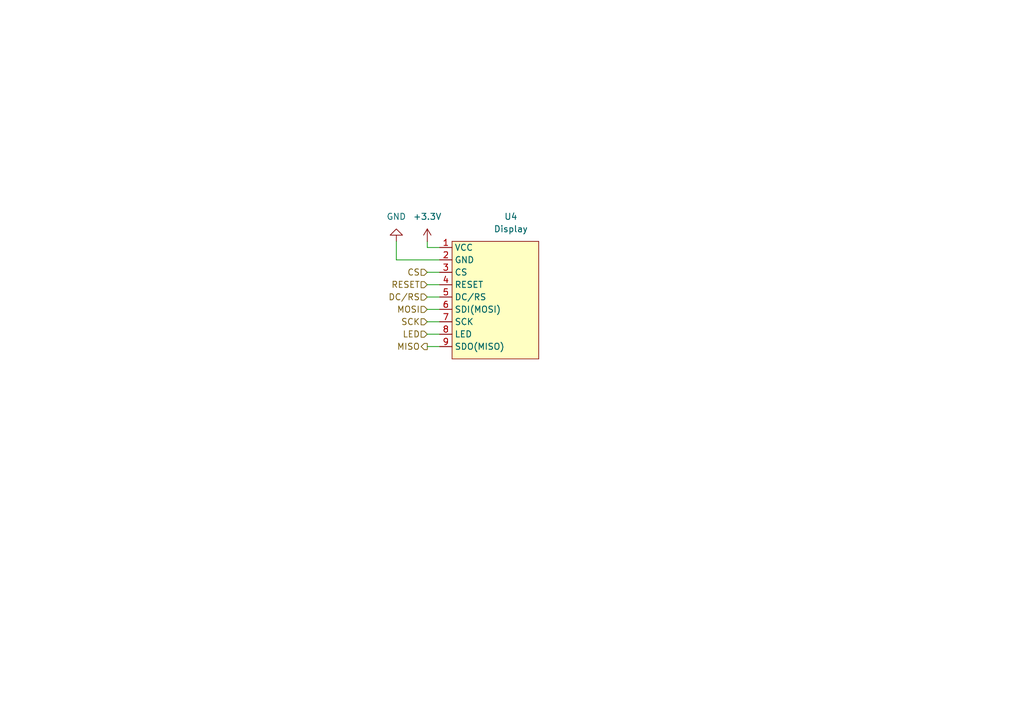
<source format=kicad_sch>
(kicad_sch (version 20250114) (generator "eeschema") (generator_version "9.0")
  (paper "A5")
  (lib_symbols
    (symbol "display_sym:display"
      (property "Reference" "U" (at 0 1.27 0))
      (symbol "display_1_1"
        (rectangle (start -12.7 16.51) (end 5.08 -7.62) (fill (type background)))
        (pin power_in line (at -15.24 15.24 0) (length 2.54) (name "VCC") (number "1"))
        (pin power_in line (at -15.24 12.7 0) (length 2.54) (name "GND") (number "2"))
        (pin passive line (at -15.24 10.16 0) (length 2.54) (name "CS") (number "3"))
        (pin passive line (at -15.24 7.62 0) (length 2.54) (name "RESET") (number "4"))
        (pin passive line (at -15.24 5.08 0) (length 2.54) (name "DC/RS") (number "5"))
        (pin passive line (at -15.24 2.54 0) (length 2.54) (name "SDI(MOSI)") (number "6"))
        (pin passive line (at -15.24 0 0) (length 2.54) (name "SCK") (number "7"))
        (pin passive line (at -15.24 -2.54 0) (length 2.54) (name "LED") (number "8"))
        (pin passive line (at -15.24 -5.08 0) (length 2.54) (name "SDO(MISO)") (number "9"))
      )
    )
    (symbol "power:GND" (power) (pin_numbers (hide yes)) (pin_names (offset 0) (hide yes))
      (property "Value" "GND" (at 0 -3.81 0))
      (symbol "GND_0_1"
        (polyline (pts (xy 0 0) (xy 0 -1.27) (xy 1.27 -1.27) (xy 0 -2.54) (xy -1.27 -1.27) (xy 0 -1.27)))
      )
      (symbol "GND_1_1"
        (pin power_in line (at 0 0 270) (length 0) (name "~") (number "1"))
      )
    )
    (symbol "power:VCC" (power) (pin_numbers (hide yes)) (pin_names (offset 0) (hide yes))
      (property "Value" "VCC" (at 0 3.556 0))
      (symbol "VCC_0_1"
        (polyline (pts (xy -0.762 1.27) (xy 0 2.54)))
        (polyline (pts (xy 0 2.54) (xy 0.762 1.27)))
        (polyline (pts (xy 0 0) (xy 0 2.54)))
      )
      (symbol "VCC_1_1"
        (pin power_in line (at 0 0 90) (length 0) (name "~") (number "1"))
      )
    )
  )
  (wire (pts (xy 87.63 55.88) (xy 90.17 55.88)))
  (wire (pts (xy 87.63 49.53) (xy 87.63 50.8)))
  (wire (pts (xy 87.63 50.8) (xy 90.17 50.8)))
  (wire (pts (xy 87.63 66.04) (xy 90.17 66.04)))
  (wire (pts (xy 87.63 60.96) (xy 90.17 60.96)))
  (wire (pts (xy 87.63 71.12) (xy 90.17 71.12)))
  (wire (pts (xy 81.28 49.53) (xy 81.28 53.34)))
  (wire (pts (xy 87.63 63.5) (xy 90.17 63.5)))
  (wire (pts (xy 87.63 68.58) (xy 90.17 68.58)))
  (wire (pts (xy 81.28 53.34) (xy 90.17 53.34)))
  (wire (pts (xy 87.63 58.42) (xy 90.17 58.42)))
  (hierarchical_label "MOSI" (shape input) (at 87.63 63.5 180))
  (hierarchical_label "LED" (shape input) (at 87.63 68.58 180))
  (hierarchical_label "SCK" (shape input) (at 87.63 66.04 180))
  (hierarchical_label "DC{slash}RS" (shape input) (at 87.63 60.96 180))
  (hierarchical_label "RESET" (shape input) (at 87.63 58.42 180))
  (hierarchical_label "MISO" (shape output) (at 87.63 71.12 180))
  (hierarchical_label "CS" (shape input) (at 87.63 55.88 180))
  (symbol (lib_id "power:VCC") (at 87.63 49.53 0) (unit 1)
    (property "Reference" "#PWR019" (effects (hide yes)))
    (property "Value" "+3.3V" (at 87.63 44.45 0))
    (property "Description" "Power symbol creates a global label with name \"VCC\"" (effects (hide yes)))
  )
  (symbol (lib_id "power:GND") (at 81.28 49.53 180) (unit 1)
    (property "Reference" "#PWR020" (effects (hide yes)))
    (property "Value" "GND" (at 81.28 44.45 0))
    (property "Description" "Power symbol creates a global label with name \"GND\" , ground" (effects (hide yes)))
  )
  (symbol (lib_id "display_sym:display") (at 105.41 66.04 0) (unit 1)
    (property "Reference" "U4" (at 104.775 44.45 0))
    (property "Value" "Display" (at 104.775 46.99 0))
    (property "Footprint" "Connector_JST:JST_XH_S9B-XH-A-1_1x09_P2.50mm_Horizontal" (effects (hide yes)))
    (property "Datasheet" "https://cz.mouser.com/datasheet/3/1070/1/eXH.pdf" (effects (hide yes)))
    (property "Description" "JST XH 9 pin, zásuvka, boční" (effects (hide yes)))
    (property "Manufacturer Part Number" "S9B-XH-A-1(LF)(SN)" (effects (hide yes)))
    (property "Supplier" "Mouser" (effects (hide yes)))
    (property "Supplier Part Number" "306-S9BXHA1LFSN" (effects (hide yes)))
  )
)
</source>
